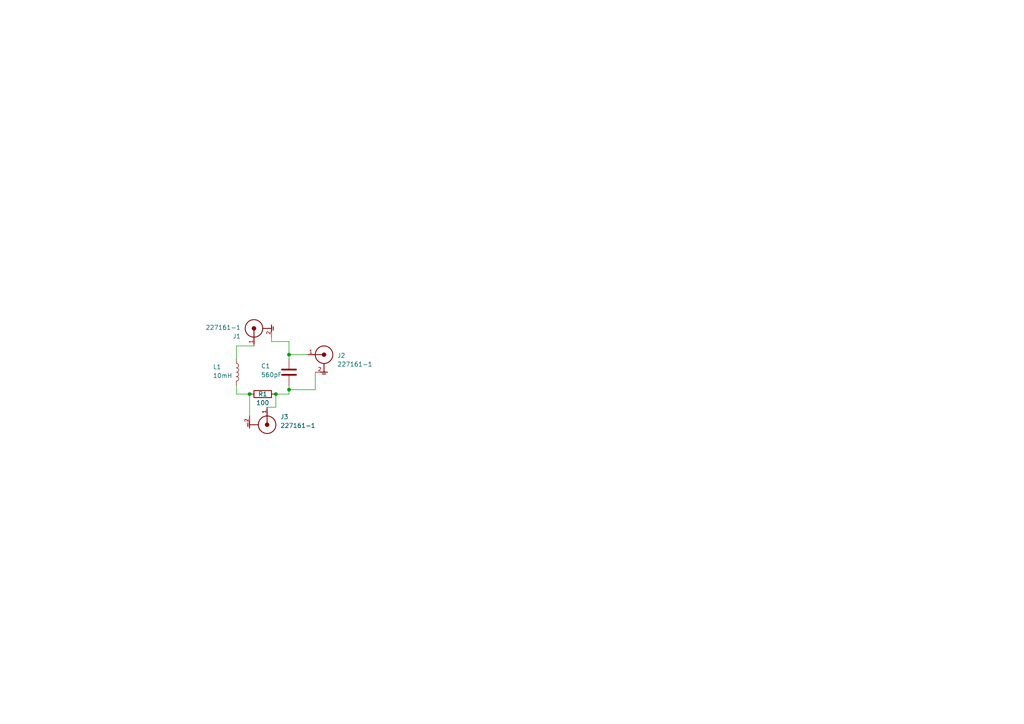
<source format=kicad_sch>
(kicad_sch (version 20250114) (generator "eeschema") (generator_version "9.0")
  (paper "A4")
  (lib_symbols
    (symbol "227161-1:227161-1" (pin_names (offset 1.016))
      (property "Reference" "J" (at -5.0801 4.8261 0))
      (property "Value" "227161-1" (at -5.0881 -10.1761 0))
      (symbol "227161-1_0_0"
        (polyline (pts (xy -1.016 -5.08) (xy 1.016 -5.08)) (stroke (width 0.254)))
        (polyline (pts (xy -0.508 0) (xy 0 0.508) (xy 0.508 0) (xy 0 -0.508) (xy -0.508 0)) (stroke (width 0.254)) (fill (type outline)))
        (polyline (pts (xy -0.508 -5.08) (xy 0.508 -5.08)) (stroke (width 0.254)))
        (polyline (pts (xy -0.508 -5.588) (xy 0.508 -5.588)) (stroke (width 0.254)))
        (polyline (pts (xy 0 0) (xy -4.572 0)) (stroke (width 0.254)))
        (circle (center 0 0) (radius 0.508) (stroke (width 0.254)))
        (circle (center 0 0) (radius 2.54) (stroke (width 0.254)))
        (polyline (pts (xy 0 -2.54) (xy 0 -5.08)) (stroke (width 0.254)))
        (pin passive line (at -5.08 0 0) (length 2.54) (name "~") (number "1"))
        (pin power_in line (at -2.54 -5.08 0) (length 2.54) (name "~") (number "2"))
      )
    )
    (symbol "Device:C" (pin_numbers (hide yes)) (pin_names (offset 0.254))
      (property "Reference" "C" (at 0.635 2.54 0))
      (property "Value" "C" (at 0.635 -2.54 0))
      (symbol "C_0_1"
        (polyline (pts (xy -2.032 0.762) (xy 2.032 0.762)) (stroke (width 0.508)))
        (polyline (pts (xy -2.032 -0.762) (xy 2.032 -0.762)) (stroke (width 0.508)))
      )
      (symbol "C_1_1"
        (pin passive line (at 0 3.81 270) (length 2.794) (name "~") (number "1"))
        (pin passive line (at 0 -3.81 90) (length 2.794) (name "~") (number "2"))
      )
    )
    (symbol "Device:L" (pin_numbers (hide yes)) (pin_names (offset 1.016) (hide yes))
      (property "Reference" "L" (at -1.27 0 90))
      (property "Value" "L" (at 1.905 0 90))
      (symbol "L_0_1"
        (arc (start 0 2.54) (mid 0.6323 1.905) (end 0 1.27))
        (arc (start 0 1.27) (mid 0.6323 0.635) (end 0 0))
        (arc (start 0 0) (mid 0.6323 -0.635) (end 0 -1.27))
        (arc (start 0 -1.27) (mid 0.6323 -1.905) (end 0 -2.54))
      )
      (symbol "L_1_1"
        (pin passive line (at 0 3.81 270) (length 1.27) (name "1") (number "1"))
        (pin passive line (at 0 -3.81 90) (length 1.27) (name "2") (number "2"))
      )
    )
    (symbol "Device:R" (pin_numbers (hide yes)) (pin_names (offset 0))
      (property "Reference" "R" (at 2.032 0 90))
      (property "Value" "R" (at 0 0 90))
      (symbol "R_0_1"
        (rectangle (start -1.016 -2.54) (end 1.016 2.54) (stroke (width 0.254)))
      )
      (symbol "R_1_1"
        (pin passive line (at 0 3.81 270) (length 1.27) (name "~") (number "1"))
        (pin passive line (at 0 -3.81 90) (length 1.27) (name "~") (number "2"))
      )
    )
  )
  (junction (at 83.82 102.87))
  (junction (at 83.82 113.03))
  (junction (at 80.01 114.3))
  (junction (at 72.39 114.3))
  (wire (pts (xy 83.82 113.03) (xy 83.82 114.3)))
  (wire (pts (xy 83.82 114.3) (xy 80.01 114.3)))
  (wire (pts (xy 78.74 99.06) (xy 83.82 99.06)))
  (wire (pts (xy 83.82 102.87) (xy 88.9 102.87)))
  (wire (pts (xy 78.74 97.79) (xy 78.74 99.06)))
  (wire (pts (xy 91.44 113.03) (xy 91.44 107.95)))
  (wire (pts (xy 68.58 114.3) (xy 68.58 111.76)))
  (wire (pts (xy 83.82 111.76) (xy 83.82 113.03)))
  (wire (pts (xy 68.58 104.14) (xy 68.58 100.33)))
  (wire (pts (xy 77.47 118.11) (xy 80.01 118.11)))
  (wire (pts (xy 72.39 114.3) (xy 68.58 114.3)))
  (wire (pts (xy 83.82 102.87) (xy 83.82 104.14)))
  (wire (pts (xy 68.58 100.33) (xy 73.66 100.33)))
  (wire (pts (xy 83.82 113.03) (xy 91.44 113.03)))
  (wire (pts (xy 72.39 114.3) (xy 72.39 120.65)))
  (wire (pts (xy 80.01 118.11) (xy 80.01 114.3)))
  (wire (pts (xy 83.82 99.06) (xy 83.82 102.87)))
  (symbol (lib_id "Device:C") (at 83.82 107.95 180) (unit 1)
    (property "Reference" "C1" (at 75.692 106.172 0) (effects (justify right)))
    (property "Value" "560pF" (at 75.692 108.712 0) (effects (justify right)))
    (property "Footprint" "Capacitor_THT:C_Disc_D12.5mm_W5.0mm_P7.50mm" (effects (hide yes)))
    (property "Description" "Unpolarized capacitor" (effects (hide yes)))
  )
  (symbol (lib_id "227161-1:227161-1") (at 77.47 123.19 270) (unit 1)
    (property "Reference" "J3" (at 81.28 120.9039 90) (effects (justify left)))
    (property "Value" "227161-1" (at 81.28 123.4439 90) (effects (justify left)))
    (property "Footprint" "227161-1:TE_227161-1" (effects (hide yes)))
    (property "Check_prices" "https://www.snapeda.com/parts/227161-1/TE+Connectivity+AMP+Connectors/view-part/?ref=eda" (effects (hide yes)))
    (property "POSITIONS" "2" (effects (hide yes)))
    (property "SnapEDA_Link" "https://www.snapeda.com/parts/227161-1/TE+Connectivity+AMP+Connectors/view-part/?ref=snap" (effects (hide yes)))
    (property "Description_1" "BNC 50 OHM BOARD MNT, RTANG JK W/MTG PINS, BNC PCB | TE Connectivity 227161-1" (effects (hide yes)))
    (property "GENDER" "Female" (effects (hide yes)))
    (property "Price" "None" (effects (hide yes)))
    (property "Package" "None" (effects (hide yes)))
    (property "MANUFACTURER" "TE Connectivity" (effects (hide yes)))
    (property "MP" "227161-1" (effects (hide yes)))
    (property "PART_DESCRIPTION" "CONN BNC JACK R/A 50 OHM PCB" (effects (hide yes)))
    (property "FINISH" "Tin" (effects (hide yes)))
    (property "DESIGNATOR" "227161-1" (effects (hide yes)))
    (property "ROHS_COMPLIANT" "yes" (effects (hide yes)))
    (property "STANDARD" "MANUFACTURER RECOMMENDATIONS" (effects (hide yes)))
    (property "VOLTAGE_RATING_AC" "500V" (effects (hide yes)))
    (property "MF" "TE Connectivity" (effects (hide yes)))
    (property "LATEST_REVISION_DATE" "18mar2015" (effects (hide yes)))
    (property "TECHNOLOGY" "Through Hole" (effects (hide yes)))
    (property "MANUFACTURER_LINK" "http://www.te.com/commerce/DocumentDelivery/DDEController?Action=srchrtrv&DocNm=227161&DocType=Customer+Drawing&DocLang=English" (effects (hide yes)))
    (property "Comment" "227161-1" (effects (hide yes)))
    (property "LATEST_REVISION_NOTE" "Revised per ECO-14-016183" (effects (hide yes)))
    (property "PART_REV" "AF3" (effects (hide yes)))
    (property "ORIENTATION" "Right Angle" (effects (hide yes)))
    (property "PITCH" "2.54mm" (effects (hide yes)))
    (property "TYPE" "Jack" (effects (hide yes)))
    (property "Availability" "In Stock" (effects (hide yes)))
  )
  (symbol (lib_id "Device:L") (at 68.58 107.95 0) (unit 1)
    (property "Reference" "L1" (at 61.722 106.426 0) (effects (justify left)))
    (property "Value" "10mH" (at 61.722 108.966 0) (effects (justify left)))
    (property "Footprint" "Inductor_THT:L_Axial_L5.3mm_D2.2mm_P10.16mm_Horizontal_Vishay_IM-1" (effects (hide yes)))
    (property "Description" "Inductor" (effects (hide yes)))
  )
  (symbol (lib_id "227161-1:227161-1") (at 93.98 102.87 0) (unit 1)
    (property "Reference" "J2" (at 97.79 103.1239 0) (effects (justify left)))
    (property "Value" "227161-1" (at 97.79 105.6639 0) (effects (justify left)))
    (property "Footprint" "227161-1:TE_227161-1" (effects (hide yes)))
    (property "Check_prices" "https://www.snapeda.com/parts/227161-1/TE+Connectivity+AMP+Connectors/view-part/?ref=eda" (effects (hide yes)))
    (property "POSITIONS" "2" (effects (hide yes)))
    (property "SnapEDA_Link" "https://www.snapeda.com/parts/227161-1/TE+Connectivity+AMP+Connectors/view-part/?ref=snap" (effects (hide yes)))
    (property "Description_1" "BNC 50 OHM BOARD MNT, RTANG JK W/MTG PINS, BNC PCB | TE Connectivity 227161-1" (effects (hide yes)))
    (property "GENDER" "Female" (effects (hide yes)))
    (property "Price" "None" (effects (hide yes)))
    (property "Package" "None" (effects (hide yes)))
    (property "MANUFACTURER" "TE Connectivity" (effects (hide yes)))
    (property "MP" "227161-1" (effects (hide yes)))
    (property "PART_DESCRIPTION" "CONN BNC JACK R/A 50 OHM PCB" (effects (hide yes)))
    (property "FINISH" "Tin" (effects (hide yes)))
    (property "DESIGNATOR" "227161-1" (effects (hide yes)))
    (property "ROHS_COMPLIANT" "yes" (effects (hide yes)))
    (property "STANDARD" "MANUFACTURER RECOMMENDATIONS" (effects (hide yes)))
    (property "VOLTAGE_RATING_AC" "500V" (effects (hide yes)))
    (property "MF" "TE Connectivity" (effects (hide yes)))
    (property "LATEST_REVISION_DATE" "18mar2015" (effects (hide yes)))
    (property "TECHNOLOGY" "Through Hole" (effects (hide yes)))
    (property "MANUFACTURER_LINK" "http://www.te.com/commerce/DocumentDelivery/DDEController?Action=srchrtrv&DocNm=227161&DocType=Customer+Drawing&DocLang=English" (effects (hide yes)))
    (property "Comment" "227161-1" (effects (hide yes)))
    (property "LATEST_REVISION_NOTE" "Revised per ECO-14-016183" (effects (hide yes)))
    (property "PART_REV" "AF3" (effects (hide yes)))
    (property "ORIENTATION" "Right Angle" (effects (hide yes)))
    (property "PITCH" "2.54mm" (effects (hide yes)))
    (property "TYPE" "Jack" (effects (hide yes)))
    (property "Availability" "In Stock" (effects (hide yes)))
  )
  (symbol (lib_id "227161-1:227161-1") (at 73.66 95.25 90) (unit 1)
    (property "Reference" "J1" (at 69.85 97.5361 90) (effects (justify left)))
    (property "Value" "227161-1" (at 69.85 94.9961 90) (effects (justify left)))
    (property "Footprint" "227161-1:TE_227161-1" (effects (hide yes)))
    (property "Check_prices" "https://www.snapeda.com/parts/227161-1/TE+Connectivity+AMP+Connectors/view-part/?ref=eda" (effects (hide yes)))
    (property "POSITIONS" "2" (effects (hide yes)))
    (property "SnapEDA_Link" "https://www.snapeda.com/parts/227161-1/TE+Connectivity+AMP+Connectors/view-part/?ref=snap" (effects (hide yes)))
    (property "Description_1" "BNC 50 OHM BOARD MNT, RTANG JK W/MTG PINS, BNC PCB | TE Connectivity 227161-1" (effects (hide yes)))
    (property "GENDER" "Female" (effects (hide yes)))
    (property "Price" "None" (effects (hide yes)))
    (property "Package" "None" (effects (hide yes)))
    (property "MANUFACTURER" "TE Connectivity" (effects (hide yes)))
    (property "MP" "227161-1" (effects (hide yes)))
    (property "PART_DESCRIPTION" "CONN BNC JACK R/A 50 OHM PCB" (effects (hide yes)))
    (property "FINISH" "Tin" (effects (hide yes)))
    (property "DESIGNATOR" "227161-1" (effects (hide yes)))
    (property "ROHS_COMPLIANT" "yes" (effects (hide yes)))
    (property "STANDARD" "MANUFACTURER RECOMMENDATIONS" (effects (hide yes)))
    (property "VOLTAGE_RATING_AC" "500V" (effects (hide yes)))
    (property "MF" "TE Connectivity" (effects (hide yes)))
    (property "LATEST_REVISION_DATE" "18mar2015" (effects (hide yes)))
    (property "TECHNOLOGY" "Through Hole" (effects (hide yes)))
    (property "MANUFACTURER_LINK" "http://www.te.com/commerce/DocumentDelivery/DDEController?Action=srchrtrv&DocNm=227161&DocType=Customer+Drawing&DocLang=English" (effects (hide yes)))
    (property "Comment" "227161-1" (effects (hide yes)))
    (property "LATEST_REVISION_NOTE" "Revised per ECO-14-016183" (effects (hide yes)))
    (property "PART_REV" "AF3" (effects (hide yes)))
    (property "ORIENTATION" "Right Angle" (effects (hide yes)))
    (property "PITCH" "2.54mm" (effects (hide yes)))
    (property "TYPE" "Jack" (effects (hide yes)))
    (property "Availability" "In Stock" (effects (hide yes)))
  )
  (symbol (lib_id "Device:R") (at 76.2 114.3 90) (unit 1)
    (property "Reference" "R1" (at 76.2 114.3 90))
    (property "Value" "100" (at 76.2 116.84 90))
    (property "Footprint" "Resistor_THT:R_Axial_DIN0207_L6.3mm_D2.5mm_P7.62mm_Horizontal" (effects (hide yes)))
    (property "Description" "Resistor" (effects (hide yes)))
  )
)
</source>
